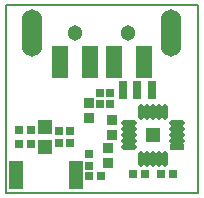
<source format=gts>
G04*
G04 #@! TF.GenerationSoftware,Altium Limited,Altium Designer,20.1.8 (145)*
G04*
G04 Layer_Color=8388736*
%FSLAX25Y25*%
%MOIN*%
G70*
G04*
G04 #@! TF.SameCoordinates,21FBFEBA-D07F-42F0-8C11-0AAD296DAF8C*
G04*
G04*
G04 #@! TF.FilePolarity,Negative*
G04*
G01*
G75*
%ADD15C,0.00500*%
%ADD27R,0.02769X0.05918*%
%ADD28R,0.02769X0.03162*%
%ADD29R,0.03300X0.03800*%
%ADD30O,0.01981X0.05131*%
%ADD31O,0.05131X0.01981*%
%ADD32R,0.05131X0.01981*%
%ADD33R,0.04737X0.04737*%
%ADD34R,0.03162X0.02769*%
%ADD35R,0.04737X0.05131*%
%ADD36R,0.04737X0.09461*%
%ADD37R,0.05524X0.10642*%
%ADD38C,0.05131*%
%ADD39O,0.06800X0.15800*%
D15*
X515158Y252559D02*
X579331D01*
X515158Y190110D02*
X579331D01*
X515158D02*
Y252559D01*
X579331Y190110D02*
Y252559D01*
D27*
X559100Y224400D02*
D03*
X563824Y224400D02*
D03*
X554376D02*
D03*
D28*
X549800Y223400D02*
D03*
Y219463D02*
D03*
X546700Y223400D02*
D03*
Y219463D02*
D03*
X542900Y202937D02*
D03*
Y199000D02*
D03*
X536500Y210568D02*
D03*
Y206631D02*
D03*
X532800Y210600D02*
D03*
Y206663D02*
D03*
D29*
X542800Y215000D02*
D03*
Y220000D02*
D03*
X549200Y204900D02*
D03*
Y199900D02*
D03*
X550600Y209300D02*
D03*
Y214300D02*
D03*
D30*
X568237Y201326D02*
D03*
X566268D02*
D03*
X564300D02*
D03*
X562331D02*
D03*
X560363D02*
D03*
Y217074D02*
D03*
X562331D02*
D03*
X564300D02*
D03*
X566268D02*
D03*
X568237D02*
D03*
D31*
X556426Y205263D02*
D03*
Y207231D02*
D03*
Y209200D02*
D03*
Y211169D02*
D03*
Y213137D02*
D03*
X572174D02*
D03*
Y211169D02*
D03*
Y209200D02*
D03*
Y207231D02*
D03*
D32*
Y205263D02*
D03*
D33*
X564300Y209200D02*
D03*
D34*
X561600Y196400D02*
D03*
X557663D02*
D03*
X519531Y210900D02*
D03*
X523468D02*
D03*
X519631Y206400D02*
D03*
X523568D02*
D03*
X570837Y196300D02*
D03*
X566900D02*
D03*
X543100Y195700D02*
D03*
X547037D02*
D03*
D35*
X528400Y205307D02*
D03*
Y212000D02*
D03*
D36*
X518600Y195900D02*
D03*
X538600Y195900D02*
D03*
D37*
X561210Y233526D02*
D03*
X551147D02*
D03*
X543273D02*
D03*
X533210D02*
D03*
D38*
X538300Y243400D02*
D03*
X556016D02*
D03*
D39*
X523930D02*
D03*
X570387D02*
D03*
M02*

</source>
